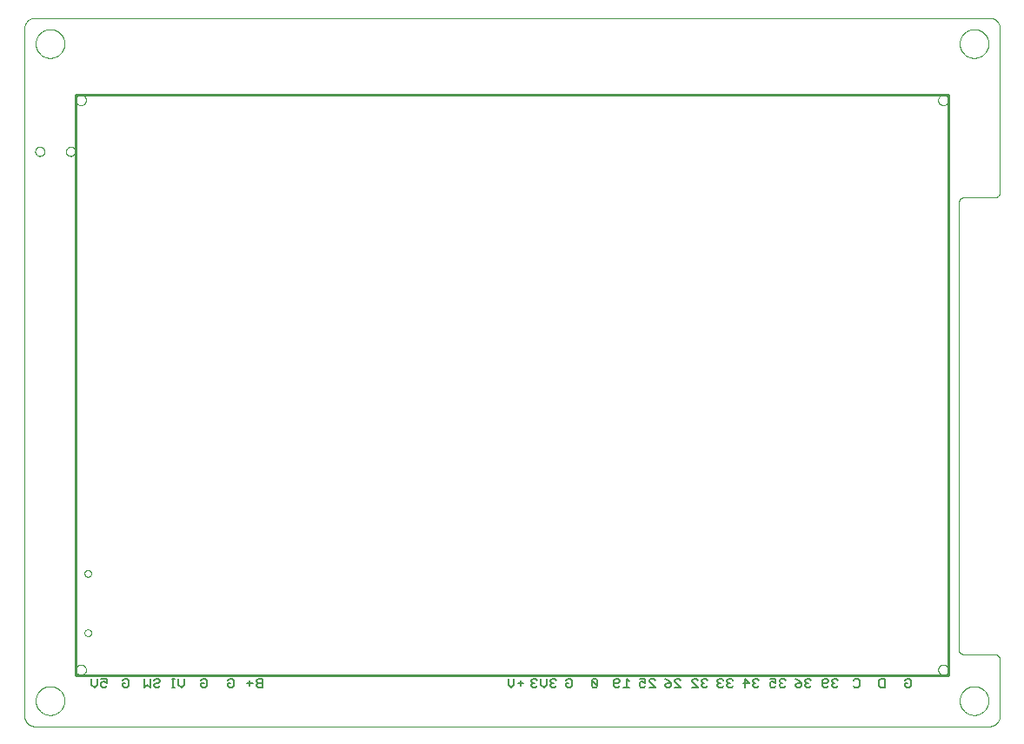
<source format=gbo>
G75*
%MOIN*%
%OFA0B0*%
%FSLAX25Y25*%
%IPPOS*%
%LPD*%
%AMOC8*
5,1,8,0,0,1.08239X$1,22.5*
%
%ADD10C,0.00000*%
%ADD11C,0.01000*%
%ADD12C,0.00600*%
D10*
X0029238Y0009063D02*
X0029238Y0272843D01*
X0029240Y0272967D01*
X0029246Y0273090D01*
X0029255Y0273214D01*
X0029269Y0273336D01*
X0029286Y0273459D01*
X0029308Y0273581D01*
X0029333Y0273702D01*
X0029362Y0273822D01*
X0029394Y0273941D01*
X0029431Y0274060D01*
X0029471Y0274177D01*
X0029514Y0274292D01*
X0029562Y0274407D01*
X0029613Y0274519D01*
X0029667Y0274630D01*
X0029725Y0274740D01*
X0029786Y0274847D01*
X0029851Y0274953D01*
X0029919Y0275056D01*
X0029990Y0275157D01*
X0030064Y0275256D01*
X0030141Y0275353D01*
X0030222Y0275447D01*
X0030305Y0275538D01*
X0030391Y0275627D01*
X0030480Y0275713D01*
X0030571Y0275796D01*
X0030665Y0275877D01*
X0030762Y0275954D01*
X0030861Y0276028D01*
X0030962Y0276099D01*
X0031065Y0276167D01*
X0031171Y0276232D01*
X0031278Y0276293D01*
X0031388Y0276351D01*
X0031499Y0276405D01*
X0031611Y0276456D01*
X0031726Y0276504D01*
X0031841Y0276547D01*
X0031958Y0276587D01*
X0032077Y0276624D01*
X0032196Y0276656D01*
X0032316Y0276685D01*
X0032437Y0276710D01*
X0032559Y0276732D01*
X0032682Y0276749D01*
X0032804Y0276763D01*
X0032928Y0276772D01*
X0033051Y0276778D01*
X0033175Y0276780D01*
X0399317Y0276780D01*
X0399441Y0276778D01*
X0399564Y0276772D01*
X0399688Y0276763D01*
X0399810Y0276749D01*
X0399933Y0276732D01*
X0400055Y0276710D01*
X0400176Y0276685D01*
X0400296Y0276656D01*
X0400415Y0276624D01*
X0400534Y0276587D01*
X0400651Y0276547D01*
X0400766Y0276504D01*
X0400881Y0276456D01*
X0400993Y0276405D01*
X0401104Y0276351D01*
X0401214Y0276293D01*
X0401321Y0276232D01*
X0401427Y0276167D01*
X0401530Y0276099D01*
X0401631Y0276028D01*
X0401730Y0275954D01*
X0401827Y0275877D01*
X0401921Y0275796D01*
X0402012Y0275713D01*
X0402101Y0275627D01*
X0402187Y0275538D01*
X0402270Y0275447D01*
X0402351Y0275353D01*
X0402428Y0275256D01*
X0402502Y0275157D01*
X0402573Y0275056D01*
X0402641Y0274953D01*
X0402706Y0274847D01*
X0402767Y0274740D01*
X0402825Y0274630D01*
X0402879Y0274519D01*
X0402930Y0274407D01*
X0402978Y0274292D01*
X0403021Y0274177D01*
X0403061Y0274060D01*
X0403098Y0273941D01*
X0403130Y0273822D01*
X0403159Y0273702D01*
X0403184Y0273581D01*
X0403206Y0273459D01*
X0403223Y0273336D01*
X0403237Y0273214D01*
X0403246Y0273090D01*
X0403252Y0272967D01*
X0403254Y0272843D01*
X0403254Y0209850D01*
X0403255Y0209850D02*
X0403253Y0209764D01*
X0403248Y0209678D01*
X0403238Y0209593D01*
X0403225Y0209508D01*
X0403208Y0209424D01*
X0403188Y0209340D01*
X0403164Y0209258D01*
X0403136Y0209177D01*
X0403105Y0209096D01*
X0403071Y0209018D01*
X0403033Y0208941D01*
X0402991Y0208866D01*
X0402947Y0208792D01*
X0402899Y0208721D01*
X0402848Y0208651D01*
X0402794Y0208584D01*
X0402738Y0208520D01*
X0402678Y0208458D01*
X0402616Y0208398D01*
X0402552Y0208342D01*
X0402485Y0208288D01*
X0402415Y0208237D01*
X0402344Y0208189D01*
X0402271Y0208145D01*
X0402195Y0208103D01*
X0402118Y0208065D01*
X0402040Y0208031D01*
X0401959Y0208000D01*
X0401878Y0207972D01*
X0401796Y0207948D01*
X0401712Y0207928D01*
X0401628Y0207911D01*
X0401543Y0207898D01*
X0401458Y0207888D01*
X0401372Y0207883D01*
X0401286Y0207881D01*
X0401286Y0207882D02*
X0389474Y0207882D01*
X0389388Y0207880D01*
X0389302Y0207875D01*
X0389217Y0207865D01*
X0389132Y0207852D01*
X0389048Y0207835D01*
X0388964Y0207815D01*
X0388882Y0207791D01*
X0388801Y0207763D01*
X0388720Y0207732D01*
X0388642Y0207698D01*
X0388565Y0207660D01*
X0388490Y0207618D01*
X0388416Y0207574D01*
X0388345Y0207526D01*
X0388275Y0207475D01*
X0388208Y0207421D01*
X0388144Y0207365D01*
X0388082Y0207305D01*
X0388022Y0207243D01*
X0387966Y0207179D01*
X0387912Y0207112D01*
X0387861Y0207042D01*
X0387813Y0206971D01*
X0387769Y0206898D01*
X0387727Y0206822D01*
X0387689Y0206745D01*
X0387655Y0206667D01*
X0387624Y0206586D01*
X0387596Y0206505D01*
X0387572Y0206423D01*
X0387552Y0206339D01*
X0387535Y0206255D01*
X0387522Y0206170D01*
X0387512Y0206085D01*
X0387507Y0205999D01*
X0387505Y0205913D01*
X0387506Y0205913D02*
X0387506Y0034654D01*
X0387505Y0034654D02*
X0387507Y0034568D01*
X0387512Y0034482D01*
X0387522Y0034397D01*
X0387535Y0034312D01*
X0387552Y0034228D01*
X0387572Y0034144D01*
X0387596Y0034062D01*
X0387624Y0033981D01*
X0387655Y0033900D01*
X0387689Y0033822D01*
X0387727Y0033745D01*
X0387769Y0033670D01*
X0387813Y0033596D01*
X0387861Y0033525D01*
X0387912Y0033455D01*
X0387966Y0033388D01*
X0388022Y0033324D01*
X0388082Y0033262D01*
X0388144Y0033202D01*
X0388208Y0033146D01*
X0388275Y0033092D01*
X0388345Y0033041D01*
X0388416Y0032993D01*
X0388490Y0032949D01*
X0388565Y0032907D01*
X0388642Y0032869D01*
X0388720Y0032835D01*
X0388801Y0032804D01*
X0388882Y0032776D01*
X0388964Y0032752D01*
X0389048Y0032732D01*
X0389132Y0032715D01*
X0389217Y0032702D01*
X0389302Y0032692D01*
X0389388Y0032687D01*
X0389474Y0032685D01*
X0401286Y0032685D01*
X0401286Y0032686D02*
X0401372Y0032684D01*
X0401458Y0032679D01*
X0401543Y0032669D01*
X0401628Y0032656D01*
X0401712Y0032639D01*
X0401796Y0032619D01*
X0401878Y0032595D01*
X0401959Y0032567D01*
X0402040Y0032536D01*
X0402118Y0032502D01*
X0402195Y0032464D01*
X0402271Y0032422D01*
X0402344Y0032378D01*
X0402415Y0032330D01*
X0402485Y0032279D01*
X0402552Y0032225D01*
X0402616Y0032169D01*
X0402678Y0032109D01*
X0402738Y0032047D01*
X0402794Y0031983D01*
X0402848Y0031916D01*
X0402899Y0031846D01*
X0402947Y0031775D01*
X0402991Y0031702D01*
X0403033Y0031626D01*
X0403071Y0031549D01*
X0403105Y0031471D01*
X0403136Y0031390D01*
X0403164Y0031309D01*
X0403188Y0031227D01*
X0403208Y0031143D01*
X0403225Y0031059D01*
X0403238Y0030974D01*
X0403248Y0030889D01*
X0403253Y0030803D01*
X0403255Y0030717D01*
X0403254Y0030717D02*
X0403254Y0009063D01*
X0403252Y0008939D01*
X0403246Y0008816D01*
X0403237Y0008692D01*
X0403223Y0008570D01*
X0403206Y0008447D01*
X0403184Y0008325D01*
X0403159Y0008204D01*
X0403130Y0008084D01*
X0403098Y0007965D01*
X0403061Y0007846D01*
X0403021Y0007729D01*
X0402978Y0007614D01*
X0402930Y0007499D01*
X0402879Y0007387D01*
X0402825Y0007276D01*
X0402767Y0007166D01*
X0402706Y0007059D01*
X0402641Y0006953D01*
X0402573Y0006850D01*
X0402502Y0006749D01*
X0402428Y0006650D01*
X0402351Y0006553D01*
X0402270Y0006459D01*
X0402187Y0006368D01*
X0402101Y0006279D01*
X0402012Y0006193D01*
X0401921Y0006110D01*
X0401827Y0006029D01*
X0401730Y0005952D01*
X0401631Y0005878D01*
X0401530Y0005807D01*
X0401427Y0005739D01*
X0401321Y0005674D01*
X0401214Y0005613D01*
X0401104Y0005555D01*
X0400993Y0005501D01*
X0400881Y0005450D01*
X0400766Y0005402D01*
X0400651Y0005359D01*
X0400534Y0005319D01*
X0400415Y0005282D01*
X0400296Y0005250D01*
X0400176Y0005221D01*
X0400055Y0005196D01*
X0399933Y0005174D01*
X0399810Y0005157D01*
X0399688Y0005143D01*
X0399564Y0005134D01*
X0399441Y0005128D01*
X0399317Y0005126D01*
X0033175Y0005126D01*
X0033051Y0005128D01*
X0032928Y0005134D01*
X0032804Y0005143D01*
X0032682Y0005157D01*
X0032559Y0005174D01*
X0032437Y0005196D01*
X0032316Y0005221D01*
X0032196Y0005250D01*
X0032077Y0005282D01*
X0031958Y0005319D01*
X0031841Y0005359D01*
X0031726Y0005402D01*
X0031611Y0005450D01*
X0031499Y0005501D01*
X0031388Y0005555D01*
X0031278Y0005613D01*
X0031171Y0005674D01*
X0031065Y0005739D01*
X0030962Y0005807D01*
X0030861Y0005878D01*
X0030762Y0005952D01*
X0030665Y0006029D01*
X0030571Y0006110D01*
X0030480Y0006193D01*
X0030391Y0006279D01*
X0030305Y0006368D01*
X0030222Y0006459D01*
X0030141Y0006553D01*
X0030064Y0006650D01*
X0029990Y0006749D01*
X0029919Y0006850D01*
X0029851Y0006953D01*
X0029786Y0007059D01*
X0029725Y0007166D01*
X0029667Y0007276D01*
X0029613Y0007387D01*
X0029562Y0007499D01*
X0029514Y0007614D01*
X0029471Y0007729D01*
X0029431Y0007846D01*
X0029394Y0007965D01*
X0029362Y0008084D01*
X0029333Y0008204D01*
X0029308Y0008325D01*
X0029286Y0008447D01*
X0029269Y0008570D01*
X0029255Y0008692D01*
X0029246Y0008816D01*
X0029240Y0008939D01*
X0029238Y0009063D01*
X0033569Y0014969D02*
X0033571Y0015117D01*
X0033577Y0015265D01*
X0033587Y0015413D01*
X0033601Y0015560D01*
X0033619Y0015707D01*
X0033640Y0015853D01*
X0033666Y0015999D01*
X0033696Y0016144D01*
X0033729Y0016288D01*
X0033767Y0016431D01*
X0033808Y0016573D01*
X0033853Y0016714D01*
X0033901Y0016854D01*
X0033954Y0016993D01*
X0034010Y0017130D01*
X0034070Y0017265D01*
X0034133Y0017399D01*
X0034200Y0017531D01*
X0034271Y0017661D01*
X0034345Y0017789D01*
X0034422Y0017915D01*
X0034503Y0018039D01*
X0034587Y0018161D01*
X0034674Y0018280D01*
X0034765Y0018397D01*
X0034859Y0018512D01*
X0034955Y0018624D01*
X0035055Y0018734D01*
X0035157Y0018840D01*
X0035263Y0018944D01*
X0035371Y0019045D01*
X0035482Y0019143D01*
X0035595Y0019239D01*
X0035711Y0019331D01*
X0035829Y0019420D01*
X0035950Y0019505D01*
X0036073Y0019588D01*
X0036198Y0019667D01*
X0036325Y0019743D01*
X0036454Y0019815D01*
X0036585Y0019884D01*
X0036718Y0019949D01*
X0036853Y0020010D01*
X0036989Y0020068D01*
X0037126Y0020123D01*
X0037265Y0020173D01*
X0037406Y0020220D01*
X0037547Y0020263D01*
X0037690Y0020303D01*
X0037834Y0020338D01*
X0037978Y0020370D01*
X0038124Y0020397D01*
X0038270Y0020421D01*
X0038417Y0020441D01*
X0038564Y0020457D01*
X0038711Y0020469D01*
X0038859Y0020477D01*
X0039007Y0020481D01*
X0039155Y0020481D01*
X0039303Y0020477D01*
X0039451Y0020469D01*
X0039598Y0020457D01*
X0039745Y0020441D01*
X0039892Y0020421D01*
X0040038Y0020397D01*
X0040184Y0020370D01*
X0040328Y0020338D01*
X0040472Y0020303D01*
X0040615Y0020263D01*
X0040756Y0020220D01*
X0040897Y0020173D01*
X0041036Y0020123D01*
X0041173Y0020068D01*
X0041309Y0020010D01*
X0041444Y0019949D01*
X0041577Y0019884D01*
X0041708Y0019815D01*
X0041837Y0019743D01*
X0041964Y0019667D01*
X0042089Y0019588D01*
X0042212Y0019505D01*
X0042333Y0019420D01*
X0042451Y0019331D01*
X0042567Y0019239D01*
X0042680Y0019143D01*
X0042791Y0019045D01*
X0042899Y0018944D01*
X0043005Y0018840D01*
X0043107Y0018734D01*
X0043207Y0018624D01*
X0043303Y0018512D01*
X0043397Y0018397D01*
X0043488Y0018280D01*
X0043575Y0018161D01*
X0043659Y0018039D01*
X0043740Y0017915D01*
X0043817Y0017789D01*
X0043891Y0017661D01*
X0043962Y0017531D01*
X0044029Y0017399D01*
X0044092Y0017265D01*
X0044152Y0017130D01*
X0044208Y0016993D01*
X0044261Y0016854D01*
X0044309Y0016714D01*
X0044354Y0016573D01*
X0044395Y0016431D01*
X0044433Y0016288D01*
X0044466Y0016144D01*
X0044496Y0015999D01*
X0044522Y0015853D01*
X0044543Y0015707D01*
X0044561Y0015560D01*
X0044575Y0015413D01*
X0044585Y0015265D01*
X0044591Y0015117D01*
X0044593Y0014969D01*
X0044591Y0014821D01*
X0044585Y0014673D01*
X0044575Y0014525D01*
X0044561Y0014378D01*
X0044543Y0014231D01*
X0044522Y0014085D01*
X0044496Y0013939D01*
X0044466Y0013794D01*
X0044433Y0013650D01*
X0044395Y0013507D01*
X0044354Y0013365D01*
X0044309Y0013224D01*
X0044261Y0013084D01*
X0044208Y0012945D01*
X0044152Y0012808D01*
X0044092Y0012673D01*
X0044029Y0012539D01*
X0043962Y0012407D01*
X0043891Y0012277D01*
X0043817Y0012149D01*
X0043740Y0012023D01*
X0043659Y0011899D01*
X0043575Y0011777D01*
X0043488Y0011658D01*
X0043397Y0011541D01*
X0043303Y0011426D01*
X0043207Y0011314D01*
X0043107Y0011204D01*
X0043005Y0011098D01*
X0042899Y0010994D01*
X0042791Y0010893D01*
X0042680Y0010795D01*
X0042567Y0010699D01*
X0042451Y0010607D01*
X0042333Y0010518D01*
X0042212Y0010433D01*
X0042089Y0010350D01*
X0041964Y0010271D01*
X0041837Y0010195D01*
X0041708Y0010123D01*
X0041577Y0010054D01*
X0041444Y0009989D01*
X0041309Y0009928D01*
X0041173Y0009870D01*
X0041036Y0009815D01*
X0040897Y0009765D01*
X0040756Y0009718D01*
X0040615Y0009675D01*
X0040472Y0009635D01*
X0040328Y0009600D01*
X0040184Y0009568D01*
X0040038Y0009541D01*
X0039892Y0009517D01*
X0039745Y0009497D01*
X0039598Y0009481D01*
X0039451Y0009469D01*
X0039303Y0009461D01*
X0039155Y0009457D01*
X0039007Y0009457D01*
X0038859Y0009461D01*
X0038711Y0009469D01*
X0038564Y0009481D01*
X0038417Y0009497D01*
X0038270Y0009517D01*
X0038124Y0009541D01*
X0037978Y0009568D01*
X0037834Y0009600D01*
X0037690Y0009635D01*
X0037547Y0009675D01*
X0037406Y0009718D01*
X0037265Y0009765D01*
X0037126Y0009815D01*
X0036989Y0009870D01*
X0036853Y0009928D01*
X0036718Y0009989D01*
X0036585Y0010054D01*
X0036454Y0010123D01*
X0036325Y0010195D01*
X0036198Y0010271D01*
X0036073Y0010350D01*
X0035950Y0010433D01*
X0035829Y0010518D01*
X0035711Y0010607D01*
X0035595Y0010699D01*
X0035482Y0010795D01*
X0035371Y0010893D01*
X0035263Y0010994D01*
X0035157Y0011098D01*
X0035055Y0011204D01*
X0034955Y0011314D01*
X0034859Y0011426D01*
X0034765Y0011541D01*
X0034674Y0011658D01*
X0034587Y0011777D01*
X0034503Y0011899D01*
X0034422Y0012023D01*
X0034345Y0012149D01*
X0034271Y0012277D01*
X0034200Y0012407D01*
X0034133Y0012539D01*
X0034070Y0012673D01*
X0034010Y0012808D01*
X0033954Y0012945D01*
X0033901Y0013084D01*
X0033853Y0013224D01*
X0033808Y0013365D01*
X0033767Y0013507D01*
X0033729Y0013650D01*
X0033696Y0013794D01*
X0033666Y0013939D01*
X0033640Y0014085D01*
X0033619Y0014231D01*
X0033601Y0014378D01*
X0033587Y0014525D01*
X0033577Y0014673D01*
X0033571Y0014821D01*
X0033569Y0014969D01*
X0048923Y0026780D02*
X0048925Y0026868D01*
X0048931Y0026956D01*
X0048941Y0027044D01*
X0048955Y0027132D01*
X0048972Y0027218D01*
X0048994Y0027304D01*
X0049019Y0027388D01*
X0049049Y0027472D01*
X0049081Y0027554D01*
X0049118Y0027634D01*
X0049158Y0027713D01*
X0049202Y0027790D01*
X0049249Y0027865D01*
X0049299Y0027937D01*
X0049353Y0028008D01*
X0049409Y0028075D01*
X0049469Y0028141D01*
X0049531Y0028203D01*
X0049597Y0028263D01*
X0049664Y0028319D01*
X0049735Y0028373D01*
X0049807Y0028423D01*
X0049882Y0028470D01*
X0049959Y0028514D01*
X0050038Y0028554D01*
X0050118Y0028591D01*
X0050200Y0028623D01*
X0050284Y0028653D01*
X0050368Y0028678D01*
X0050454Y0028700D01*
X0050540Y0028717D01*
X0050628Y0028731D01*
X0050716Y0028741D01*
X0050804Y0028747D01*
X0050892Y0028749D01*
X0050980Y0028747D01*
X0051068Y0028741D01*
X0051156Y0028731D01*
X0051244Y0028717D01*
X0051330Y0028700D01*
X0051416Y0028678D01*
X0051500Y0028653D01*
X0051584Y0028623D01*
X0051666Y0028591D01*
X0051746Y0028554D01*
X0051825Y0028514D01*
X0051902Y0028470D01*
X0051977Y0028423D01*
X0052049Y0028373D01*
X0052120Y0028319D01*
X0052187Y0028263D01*
X0052253Y0028203D01*
X0052315Y0028141D01*
X0052375Y0028075D01*
X0052431Y0028008D01*
X0052485Y0027937D01*
X0052535Y0027865D01*
X0052582Y0027790D01*
X0052626Y0027713D01*
X0052666Y0027634D01*
X0052703Y0027554D01*
X0052735Y0027472D01*
X0052765Y0027388D01*
X0052790Y0027304D01*
X0052812Y0027218D01*
X0052829Y0027132D01*
X0052843Y0027044D01*
X0052853Y0026956D01*
X0052859Y0026868D01*
X0052861Y0026780D01*
X0052859Y0026692D01*
X0052853Y0026604D01*
X0052843Y0026516D01*
X0052829Y0026428D01*
X0052812Y0026342D01*
X0052790Y0026256D01*
X0052765Y0026172D01*
X0052735Y0026088D01*
X0052703Y0026006D01*
X0052666Y0025926D01*
X0052626Y0025847D01*
X0052582Y0025770D01*
X0052535Y0025695D01*
X0052485Y0025623D01*
X0052431Y0025552D01*
X0052375Y0025485D01*
X0052315Y0025419D01*
X0052253Y0025357D01*
X0052187Y0025297D01*
X0052120Y0025241D01*
X0052049Y0025187D01*
X0051977Y0025137D01*
X0051902Y0025090D01*
X0051825Y0025046D01*
X0051746Y0025006D01*
X0051666Y0024969D01*
X0051584Y0024937D01*
X0051500Y0024907D01*
X0051416Y0024882D01*
X0051330Y0024860D01*
X0051244Y0024843D01*
X0051156Y0024829D01*
X0051068Y0024819D01*
X0050980Y0024813D01*
X0050892Y0024811D01*
X0050804Y0024813D01*
X0050716Y0024819D01*
X0050628Y0024829D01*
X0050540Y0024843D01*
X0050454Y0024860D01*
X0050368Y0024882D01*
X0050284Y0024907D01*
X0050200Y0024937D01*
X0050118Y0024969D01*
X0050038Y0025006D01*
X0049959Y0025046D01*
X0049882Y0025090D01*
X0049807Y0025137D01*
X0049735Y0025187D01*
X0049664Y0025241D01*
X0049597Y0025297D01*
X0049531Y0025357D01*
X0049469Y0025419D01*
X0049409Y0025485D01*
X0049353Y0025552D01*
X0049299Y0025623D01*
X0049249Y0025695D01*
X0049202Y0025770D01*
X0049158Y0025847D01*
X0049118Y0025926D01*
X0049081Y0026006D01*
X0049049Y0026088D01*
X0049019Y0026172D01*
X0048994Y0026256D01*
X0048972Y0026342D01*
X0048955Y0026428D01*
X0048941Y0026516D01*
X0048931Y0026604D01*
X0048925Y0026692D01*
X0048923Y0026780D01*
X0052289Y0040992D02*
X0052291Y0041063D01*
X0052297Y0041134D01*
X0052307Y0041205D01*
X0052321Y0041274D01*
X0052338Y0041343D01*
X0052360Y0041411D01*
X0052385Y0041478D01*
X0052414Y0041543D01*
X0052446Y0041606D01*
X0052482Y0041668D01*
X0052521Y0041727D01*
X0052564Y0041784D01*
X0052609Y0041839D01*
X0052658Y0041891D01*
X0052709Y0041940D01*
X0052763Y0041986D01*
X0052820Y0042030D01*
X0052878Y0042070D01*
X0052939Y0042106D01*
X0053002Y0042140D01*
X0053067Y0042169D01*
X0053133Y0042195D01*
X0053201Y0042218D01*
X0053269Y0042236D01*
X0053339Y0042251D01*
X0053409Y0042262D01*
X0053480Y0042269D01*
X0053551Y0042272D01*
X0053622Y0042271D01*
X0053693Y0042266D01*
X0053764Y0042257D01*
X0053834Y0042244D01*
X0053903Y0042228D01*
X0053971Y0042207D01*
X0054038Y0042183D01*
X0054104Y0042155D01*
X0054167Y0042123D01*
X0054229Y0042088D01*
X0054289Y0042050D01*
X0054347Y0042008D01*
X0054402Y0041964D01*
X0054455Y0041916D01*
X0054505Y0041865D01*
X0054552Y0041812D01*
X0054596Y0041756D01*
X0054637Y0041698D01*
X0054675Y0041637D01*
X0054709Y0041575D01*
X0054739Y0041510D01*
X0054766Y0041445D01*
X0054790Y0041377D01*
X0054809Y0041309D01*
X0054825Y0041240D01*
X0054837Y0041169D01*
X0054845Y0041099D01*
X0054849Y0041028D01*
X0054849Y0040956D01*
X0054845Y0040885D01*
X0054837Y0040815D01*
X0054825Y0040744D01*
X0054809Y0040675D01*
X0054790Y0040607D01*
X0054766Y0040539D01*
X0054739Y0040474D01*
X0054709Y0040409D01*
X0054675Y0040347D01*
X0054637Y0040286D01*
X0054596Y0040228D01*
X0054552Y0040172D01*
X0054505Y0040119D01*
X0054455Y0040068D01*
X0054402Y0040020D01*
X0054347Y0039976D01*
X0054289Y0039934D01*
X0054229Y0039896D01*
X0054167Y0039861D01*
X0054104Y0039829D01*
X0054038Y0039801D01*
X0053971Y0039777D01*
X0053903Y0039756D01*
X0053834Y0039740D01*
X0053764Y0039727D01*
X0053693Y0039718D01*
X0053622Y0039713D01*
X0053551Y0039712D01*
X0053480Y0039715D01*
X0053409Y0039722D01*
X0053339Y0039733D01*
X0053269Y0039748D01*
X0053201Y0039766D01*
X0053133Y0039789D01*
X0053067Y0039815D01*
X0053002Y0039844D01*
X0052939Y0039878D01*
X0052878Y0039914D01*
X0052820Y0039954D01*
X0052763Y0039998D01*
X0052709Y0040044D01*
X0052658Y0040093D01*
X0052609Y0040145D01*
X0052564Y0040200D01*
X0052521Y0040257D01*
X0052482Y0040316D01*
X0052446Y0040378D01*
X0052414Y0040441D01*
X0052385Y0040506D01*
X0052360Y0040573D01*
X0052338Y0040641D01*
X0052321Y0040710D01*
X0052307Y0040779D01*
X0052297Y0040850D01*
X0052291Y0040921D01*
X0052289Y0040992D01*
X0052289Y0063748D02*
X0052291Y0063819D01*
X0052297Y0063890D01*
X0052307Y0063961D01*
X0052321Y0064030D01*
X0052338Y0064099D01*
X0052360Y0064167D01*
X0052385Y0064234D01*
X0052414Y0064299D01*
X0052446Y0064362D01*
X0052482Y0064424D01*
X0052521Y0064483D01*
X0052564Y0064540D01*
X0052609Y0064595D01*
X0052658Y0064647D01*
X0052709Y0064696D01*
X0052763Y0064742D01*
X0052820Y0064786D01*
X0052878Y0064826D01*
X0052939Y0064862D01*
X0053002Y0064896D01*
X0053067Y0064925D01*
X0053133Y0064951D01*
X0053201Y0064974D01*
X0053269Y0064992D01*
X0053339Y0065007D01*
X0053409Y0065018D01*
X0053480Y0065025D01*
X0053551Y0065028D01*
X0053622Y0065027D01*
X0053693Y0065022D01*
X0053764Y0065013D01*
X0053834Y0065000D01*
X0053903Y0064984D01*
X0053971Y0064963D01*
X0054038Y0064939D01*
X0054104Y0064911D01*
X0054167Y0064879D01*
X0054229Y0064844D01*
X0054289Y0064806D01*
X0054347Y0064764D01*
X0054402Y0064720D01*
X0054455Y0064672D01*
X0054505Y0064621D01*
X0054552Y0064568D01*
X0054596Y0064512D01*
X0054637Y0064454D01*
X0054675Y0064393D01*
X0054709Y0064331D01*
X0054739Y0064266D01*
X0054766Y0064201D01*
X0054790Y0064133D01*
X0054809Y0064065D01*
X0054825Y0063996D01*
X0054837Y0063925D01*
X0054845Y0063855D01*
X0054849Y0063784D01*
X0054849Y0063712D01*
X0054845Y0063641D01*
X0054837Y0063571D01*
X0054825Y0063500D01*
X0054809Y0063431D01*
X0054790Y0063363D01*
X0054766Y0063295D01*
X0054739Y0063230D01*
X0054709Y0063165D01*
X0054675Y0063103D01*
X0054637Y0063042D01*
X0054596Y0062984D01*
X0054552Y0062928D01*
X0054505Y0062875D01*
X0054455Y0062824D01*
X0054402Y0062776D01*
X0054347Y0062732D01*
X0054289Y0062690D01*
X0054229Y0062652D01*
X0054167Y0062617D01*
X0054104Y0062585D01*
X0054038Y0062557D01*
X0053971Y0062533D01*
X0053903Y0062512D01*
X0053834Y0062496D01*
X0053764Y0062483D01*
X0053693Y0062474D01*
X0053622Y0062469D01*
X0053551Y0062468D01*
X0053480Y0062471D01*
X0053409Y0062478D01*
X0053339Y0062489D01*
X0053269Y0062504D01*
X0053201Y0062522D01*
X0053133Y0062545D01*
X0053067Y0062571D01*
X0053002Y0062600D01*
X0052939Y0062634D01*
X0052878Y0062670D01*
X0052820Y0062710D01*
X0052763Y0062754D01*
X0052709Y0062800D01*
X0052658Y0062849D01*
X0052609Y0062901D01*
X0052564Y0062956D01*
X0052521Y0063013D01*
X0052482Y0063072D01*
X0052446Y0063134D01*
X0052414Y0063197D01*
X0052385Y0063262D01*
X0052360Y0063329D01*
X0052338Y0063397D01*
X0052321Y0063466D01*
X0052307Y0063535D01*
X0052297Y0063606D01*
X0052291Y0063677D01*
X0052289Y0063748D01*
X0045183Y0225598D02*
X0045185Y0225682D01*
X0045191Y0225765D01*
X0045201Y0225848D01*
X0045215Y0225931D01*
X0045232Y0226013D01*
X0045254Y0226094D01*
X0045279Y0226173D01*
X0045308Y0226252D01*
X0045341Y0226329D01*
X0045377Y0226404D01*
X0045417Y0226478D01*
X0045460Y0226550D01*
X0045507Y0226619D01*
X0045557Y0226686D01*
X0045610Y0226751D01*
X0045666Y0226813D01*
X0045724Y0226873D01*
X0045786Y0226930D01*
X0045850Y0226983D01*
X0045917Y0227034D01*
X0045986Y0227081D01*
X0046057Y0227126D01*
X0046130Y0227166D01*
X0046205Y0227203D01*
X0046282Y0227237D01*
X0046360Y0227267D01*
X0046439Y0227293D01*
X0046520Y0227316D01*
X0046602Y0227334D01*
X0046684Y0227349D01*
X0046767Y0227360D01*
X0046850Y0227367D01*
X0046934Y0227370D01*
X0047018Y0227369D01*
X0047101Y0227364D01*
X0047185Y0227355D01*
X0047267Y0227342D01*
X0047349Y0227326D01*
X0047430Y0227305D01*
X0047511Y0227281D01*
X0047589Y0227253D01*
X0047667Y0227221D01*
X0047743Y0227185D01*
X0047817Y0227146D01*
X0047889Y0227104D01*
X0047959Y0227058D01*
X0048027Y0227009D01*
X0048092Y0226957D01*
X0048155Y0226902D01*
X0048215Y0226844D01*
X0048273Y0226783D01*
X0048327Y0226719D01*
X0048379Y0226653D01*
X0048427Y0226585D01*
X0048472Y0226514D01*
X0048513Y0226441D01*
X0048552Y0226367D01*
X0048586Y0226291D01*
X0048617Y0226213D01*
X0048644Y0226134D01*
X0048668Y0226053D01*
X0048687Y0225972D01*
X0048703Y0225890D01*
X0048715Y0225807D01*
X0048723Y0225723D01*
X0048727Y0225640D01*
X0048727Y0225556D01*
X0048723Y0225473D01*
X0048715Y0225389D01*
X0048703Y0225306D01*
X0048687Y0225224D01*
X0048668Y0225143D01*
X0048644Y0225062D01*
X0048617Y0224983D01*
X0048586Y0224905D01*
X0048552Y0224829D01*
X0048513Y0224755D01*
X0048472Y0224682D01*
X0048427Y0224611D01*
X0048379Y0224543D01*
X0048327Y0224477D01*
X0048273Y0224413D01*
X0048215Y0224352D01*
X0048155Y0224294D01*
X0048092Y0224239D01*
X0048027Y0224187D01*
X0047959Y0224138D01*
X0047889Y0224092D01*
X0047817Y0224050D01*
X0047743Y0224011D01*
X0047667Y0223975D01*
X0047589Y0223943D01*
X0047511Y0223915D01*
X0047430Y0223891D01*
X0047349Y0223870D01*
X0047267Y0223854D01*
X0047185Y0223841D01*
X0047101Y0223832D01*
X0047018Y0223827D01*
X0046934Y0223826D01*
X0046850Y0223829D01*
X0046767Y0223836D01*
X0046684Y0223847D01*
X0046602Y0223862D01*
X0046520Y0223880D01*
X0046439Y0223903D01*
X0046360Y0223929D01*
X0046282Y0223959D01*
X0046205Y0223993D01*
X0046130Y0224030D01*
X0046057Y0224070D01*
X0045986Y0224115D01*
X0045917Y0224162D01*
X0045850Y0224213D01*
X0045786Y0224266D01*
X0045724Y0224323D01*
X0045666Y0224383D01*
X0045610Y0224445D01*
X0045557Y0224510D01*
X0045507Y0224577D01*
X0045460Y0224646D01*
X0045417Y0224718D01*
X0045377Y0224792D01*
X0045341Y0224867D01*
X0045308Y0224944D01*
X0045279Y0225023D01*
X0045254Y0225102D01*
X0045232Y0225183D01*
X0045215Y0225265D01*
X0045201Y0225348D01*
X0045191Y0225431D01*
X0045185Y0225514D01*
X0045183Y0225598D01*
X0033372Y0225598D02*
X0033374Y0225682D01*
X0033380Y0225765D01*
X0033390Y0225848D01*
X0033404Y0225931D01*
X0033421Y0226013D01*
X0033443Y0226094D01*
X0033468Y0226173D01*
X0033497Y0226252D01*
X0033530Y0226329D01*
X0033566Y0226404D01*
X0033606Y0226478D01*
X0033649Y0226550D01*
X0033696Y0226619D01*
X0033746Y0226686D01*
X0033799Y0226751D01*
X0033855Y0226813D01*
X0033913Y0226873D01*
X0033975Y0226930D01*
X0034039Y0226983D01*
X0034106Y0227034D01*
X0034175Y0227081D01*
X0034246Y0227126D01*
X0034319Y0227166D01*
X0034394Y0227203D01*
X0034471Y0227237D01*
X0034549Y0227267D01*
X0034628Y0227293D01*
X0034709Y0227316D01*
X0034791Y0227334D01*
X0034873Y0227349D01*
X0034956Y0227360D01*
X0035039Y0227367D01*
X0035123Y0227370D01*
X0035207Y0227369D01*
X0035290Y0227364D01*
X0035374Y0227355D01*
X0035456Y0227342D01*
X0035538Y0227326D01*
X0035619Y0227305D01*
X0035700Y0227281D01*
X0035778Y0227253D01*
X0035856Y0227221D01*
X0035932Y0227185D01*
X0036006Y0227146D01*
X0036078Y0227104D01*
X0036148Y0227058D01*
X0036216Y0227009D01*
X0036281Y0226957D01*
X0036344Y0226902D01*
X0036404Y0226844D01*
X0036462Y0226783D01*
X0036516Y0226719D01*
X0036568Y0226653D01*
X0036616Y0226585D01*
X0036661Y0226514D01*
X0036702Y0226441D01*
X0036741Y0226367D01*
X0036775Y0226291D01*
X0036806Y0226213D01*
X0036833Y0226134D01*
X0036857Y0226053D01*
X0036876Y0225972D01*
X0036892Y0225890D01*
X0036904Y0225807D01*
X0036912Y0225723D01*
X0036916Y0225640D01*
X0036916Y0225556D01*
X0036912Y0225473D01*
X0036904Y0225389D01*
X0036892Y0225306D01*
X0036876Y0225224D01*
X0036857Y0225143D01*
X0036833Y0225062D01*
X0036806Y0224983D01*
X0036775Y0224905D01*
X0036741Y0224829D01*
X0036702Y0224755D01*
X0036661Y0224682D01*
X0036616Y0224611D01*
X0036568Y0224543D01*
X0036516Y0224477D01*
X0036462Y0224413D01*
X0036404Y0224352D01*
X0036344Y0224294D01*
X0036281Y0224239D01*
X0036216Y0224187D01*
X0036148Y0224138D01*
X0036078Y0224092D01*
X0036006Y0224050D01*
X0035932Y0224011D01*
X0035856Y0223975D01*
X0035778Y0223943D01*
X0035700Y0223915D01*
X0035619Y0223891D01*
X0035538Y0223870D01*
X0035456Y0223854D01*
X0035374Y0223841D01*
X0035290Y0223832D01*
X0035207Y0223827D01*
X0035123Y0223826D01*
X0035039Y0223829D01*
X0034956Y0223836D01*
X0034873Y0223847D01*
X0034791Y0223862D01*
X0034709Y0223880D01*
X0034628Y0223903D01*
X0034549Y0223929D01*
X0034471Y0223959D01*
X0034394Y0223993D01*
X0034319Y0224030D01*
X0034246Y0224070D01*
X0034175Y0224115D01*
X0034106Y0224162D01*
X0034039Y0224213D01*
X0033975Y0224266D01*
X0033913Y0224323D01*
X0033855Y0224383D01*
X0033799Y0224445D01*
X0033746Y0224510D01*
X0033696Y0224577D01*
X0033649Y0224646D01*
X0033606Y0224718D01*
X0033566Y0224792D01*
X0033530Y0224867D01*
X0033497Y0224944D01*
X0033468Y0225023D01*
X0033443Y0225102D01*
X0033421Y0225183D01*
X0033404Y0225265D01*
X0033390Y0225348D01*
X0033380Y0225431D01*
X0033374Y0225514D01*
X0033372Y0225598D01*
X0048923Y0245283D02*
X0048925Y0245371D01*
X0048931Y0245459D01*
X0048941Y0245547D01*
X0048955Y0245635D01*
X0048972Y0245721D01*
X0048994Y0245807D01*
X0049019Y0245891D01*
X0049049Y0245975D01*
X0049081Y0246057D01*
X0049118Y0246137D01*
X0049158Y0246216D01*
X0049202Y0246293D01*
X0049249Y0246368D01*
X0049299Y0246440D01*
X0049353Y0246511D01*
X0049409Y0246578D01*
X0049469Y0246644D01*
X0049531Y0246706D01*
X0049597Y0246766D01*
X0049664Y0246822D01*
X0049735Y0246876D01*
X0049807Y0246926D01*
X0049882Y0246973D01*
X0049959Y0247017D01*
X0050038Y0247057D01*
X0050118Y0247094D01*
X0050200Y0247126D01*
X0050284Y0247156D01*
X0050368Y0247181D01*
X0050454Y0247203D01*
X0050540Y0247220D01*
X0050628Y0247234D01*
X0050716Y0247244D01*
X0050804Y0247250D01*
X0050892Y0247252D01*
X0050980Y0247250D01*
X0051068Y0247244D01*
X0051156Y0247234D01*
X0051244Y0247220D01*
X0051330Y0247203D01*
X0051416Y0247181D01*
X0051500Y0247156D01*
X0051584Y0247126D01*
X0051666Y0247094D01*
X0051746Y0247057D01*
X0051825Y0247017D01*
X0051902Y0246973D01*
X0051977Y0246926D01*
X0052049Y0246876D01*
X0052120Y0246822D01*
X0052187Y0246766D01*
X0052253Y0246706D01*
X0052315Y0246644D01*
X0052375Y0246578D01*
X0052431Y0246511D01*
X0052485Y0246440D01*
X0052535Y0246368D01*
X0052582Y0246293D01*
X0052626Y0246216D01*
X0052666Y0246137D01*
X0052703Y0246057D01*
X0052735Y0245975D01*
X0052765Y0245891D01*
X0052790Y0245807D01*
X0052812Y0245721D01*
X0052829Y0245635D01*
X0052843Y0245547D01*
X0052853Y0245459D01*
X0052859Y0245371D01*
X0052861Y0245283D01*
X0052859Y0245195D01*
X0052853Y0245107D01*
X0052843Y0245019D01*
X0052829Y0244931D01*
X0052812Y0244845D01*
X0052790Y0244759D01*
X0052765Y0244675D01*
X0052735Y0244591D01*
X0052703Y0244509D01*
X0052666Y0244429D01*
X0052626Y0244350D01*
X0052582Y0244273D01*
X0052535Y0244198D01*
X0052485Y0244126D01*
X0052431Y0244055D01*
X0052375Y0243988D01*
X0052315Y0243922D01*
X0052253Y0243860D01*
X0052187Y0243800D01*
X0052120Y0243744D01*
X0052049Y0243690D01*
X0051977Y0243640D01*
X0051902Y0243593D01*
X0051825Y0243549D01*
X0051746Y0243509D01*
X0051666Y0243472D01*
X0051584Y0243440D01*
X0051500Y0243410D01*
X0051416Y0243385D01*
X0051330Y0243363D01*
X0051244Y0243346D01*
X0051156Y0243332D01*
X0051068Y0243322D01*
X0050980Y0243316D01*
X0050892Y0243314D01*
X0050804Y0243316D01*
X0050716Y0243322D01*
X0050628Y0243332D01*
X0050540Y0243346D01*
X0050454Y0243363D01*
X0050368Y0243385D01*
X0050284Y0243410D01*
X0050200Y0243440D01*
X0050118Y0243472D01*
X0050038Y0243509D01*
X0049959Y0243549D01*
X0049882Y0243593D01*
X0049807Y0243640D01*
X0049735Y0243690D01*
X0049664Y0243744D01*
X0049597Y0243800D01*
X0049531Y0243860D01*
X0049469Y0243922D01*
X0049409Y0243988D01*
X0049353Y0244055D01*
X0049299Y0244126D01*
X0049249Y0244198D01*
X0049202Y0244273D01*
X0049158Y0244350D01*
X0049118Y0244429D01*
X0049081Y0244509D01*
X0049049Y0244591D01*
X0049019Y0244675D01*
X0048994Y0244759D01*
X0048972Y0244845D01*
X0048955Y0244931D01*
X0048941Y0245019D01*
X0048931Y0245107D01*
X0048925Y0245195D01*
X0048923Y0245283D01*
X0033569Y0266937D02*
X0033571Y0267085D01*
X0033577Y0267233D01*
X0033587Y0267381D01*
X0033601Y0267528D01*
X0033619Y0267675D01*
X0033640Y0267821D01*
X0033666Y0267967D01*
X0033696Y0268112D01*
X0033729Y0268256D01*
X0033767Y0268399D01*
X0033808Y0268541D01*
X0033853Y0268682D01*
X0033901Y0268822D01*
X0033954Y0268961D01*
X0034010Y0269098D01*
X0034070Y0269233D01*
X0034133Y0269367D01*
X0034200Y0269499D01*
X0034271Y0269629D01*
X0034345Y0269757D01*
X0034422Y0269883D01*
X0034503Y0270007D01*
X0034587Y0270129D01*
X0034674Y0270248D01*
X0034765Y0270365D01*
X0034859Y0270480D01*
X0034955Y0270592D01*
X0035055Y0270702D01*
X0035157Y0270808D01*
X0035263Y0270912D01*
X0035371Y0271013D01*
X0035482Y0271111D01*
X0035595Y0271207D01*
X0035711Y0271299D01*
X0035829Y0271388D01*
X0035950Y0271473D01*
X0036073Y0271556D01*
X0036198Y0271635D01*
X0036325Y0271711D01*
X0036454Y0271783D01*
X0036585Y0271852D01*
X0036718Y0271917D01*
X0036853Y0271978D01*
X0036989Y0272036D01*
X0037126Y0272091D01*
X0037265Y0272141D01*
X0037406Y0272188D01*
X0037547Y0272231D01*
X0037690Y0272271D01*
X0037834Y0272306D01*
X0037978Y0272338D01*
X0038124Y0272365D01*
X0038270Y0272389D01*
X0038417Y0272409D01*
X0038564Y0272425D01*
X0038711Y0272437D01*
X0038859Y0272445D01*
X0039007Y0272449D01*
X0039155Y0272449D01*
X0039303Y0272445D01*
X0039451Y0272437D01*
X0039598Y0272425D01*
X0039745Y0272409D01*
X0039892Y0272389D01*
X0040038Y0272365D01*
X0040184Y0272338D01*
X0040328Y0272306D01*
X0040472Y0272271D01*
X0040615Y0272231D01*
X0040756Y0272188D01*
X0040897Y0272141D01*
X0041036Y0272091D01*
X0041173Y0272036D01*
X0041309Y0271978D01*
X0041444Y0271917D01*
X0041577Y0271852D01*
X0041708Y0271783D01*
X0041837Y0271711D01*
X0041964Y0271635D01*
X0042089Y0271556D01*
X0042212Y0271473D01*
X0042333Y0271388D01*
X0042451Y0271299D01*
X0042567Y0271207D01*
X0042680Y0271111D01*
X0042791Y0271013D01*
X0042899Y0270912D01*
X0043005Y0270808D01*
X0043107Y0270702D01*
X0043207Y0270592D01*
X0043303Y0270480D01*
X0043397Y0270365D01*
X0043488Y0270248D01*
X0043575Y0270129D01*
X0043659Y0270007D01*
X0043740Y0269883D01*
X0043817Y0269757D01*
X0043891Y0269629D01*
X0043962Y0269499D01*
X0044029Y0269367D01*
X0044092Y0269233D01*
X0044152Y0269098D01*
X0044208Y0268961D01*
X0044261Y0268822D01*
X0044309Y0268682D01*
X0044354Y0268541D01*
X0044395Y0268399D01*
X0044433Y0268256D01*
X0044466Y0268112D01*
X0044496Y0267967D01*
X0044522Y0267821D01*
X0044543Y0267675D01*
X0044561Y0267528D01*
X0044575Y0267381D01*
X0044585Y0267233D01*
X0044591Y0267085D01*
X0044593Y0266937D01*
X0044591Y0266789D01*
X0044585Y0266641D01*
X0044575Y0266493D01*
X0044561Y0266346D01*
X0044543Y0266199D01*
X0044522Y0266053D01*
X0044496Y0265907D01*
X0044466Y0265762D01*
X0044433Y0265618D01*
X0044395Y0265475D01*
X0044354Y0265333D01*
X0044309Y0265192D01*
X0044261Y0265052D01*
X0044208Y0264913D01*
X0044152Y0264776D01*
X0044092Y0264641D01*
X0044029Y0264507D01*
X0043962Y0264375D01*
X0043891Y0264245D01*
X0043817Y0264117D01*
X0043740Y0263991D01*
X0043659Y0263867D01*
X0043575Y0263745D01*
X0043488Y0263626D01*
X0043397Y0263509D01*
X0043303Y0263394D01*
X0043207Y0263282D01*
X0043107Y0263172D01*
X0043005Y0263066D01*
X0042899Y0262962D01*
X0042791Y0262861D01*
X0042680Y0262763D01*
X0042567Y0262667D01*
X0042451Y0262575D01*
X0042333Y0262486D01*
X0042212Y0262401D01*
X0042089Y0262318D01*
X0041964Y0262239D01*
X0041837Y0262163D01*
X0041708Y0262091D01*
X0041577Y0262022D01*
X0041444Y0261957D01*
X0041309Y0261896D01*
X0041173Y0261838D01*
X0041036Y0261783D01*
X0040897Y0261733D01*
X0040756Y0261686D01*
X0040615Y0261643D01*
X0040472Y0261603D01*
X0040328Y0261568D01*
X0040184Y0261536D01*
X0040038Y0261509D01*
X0039892Y0261485D01*
X0039745Y0261465D01*
X0039598Y0261449D01*
X0039451Y0261437D01*
X0039303Y0261429D01*
X0039155Y0261425D01*
X0039007Y0261425D01*
X0038859Y0261429D01*
X0038711Y0261437D01*
X0038564Y0261449D01*
X0038417Y0261465D01*
X0038270Y0261485D01*
X0038124Y0261509D01*
X0037978Y0261536D01*
X0037834Y0261568D01*
X0037690Y0261603D01*
X0037547Y0261643D01*
X0037406Y0261686D01*
X0037265Y0261733D01*
X0037126Y0261783D01*
X0036989Y0261838D01*
X0036853Y0261896D01*
X0036718Y0261957D01*
X0036585Y0262022D01*
X0036454Y0262091D01*
X0036325Y0262163D01*
X0036198Y0262239D01*
X0036073Y0262318D01*
X0035950Y0262401D01*
X0035829Y0262486D01*
X0035711Y0262575D01*
X0035595Y0262667D01*
X0035482Y0262763D01*
X0035371Y0262861D01*
X0035263Y0262962D01*
X0035157Y0263066D01*
X0035055Y0263172D01*
X0034955Y0263282D01*
X0034859Y0263394D01*
X0034765Y0263509D01*
X0034674Y0263626D01*
X0034587Y0263745D01*
X0034503Y0263867D01*
X0034422Y0263991D01*
X0034345Y0264117D01*
X0034271Y0264245D01*
X0034200Y0264375D01*
X0034133Y0264507D01*
X0034070Y0264641D01*
X0034010Y0264776D01*
X0033954Y0264913D01*
X0033901Y0265052D01*
X0033853Y0265192D01*
X0033808Y0265333D01*
X0033767Y0265475D01*
X0033729Y0265618D01*
X0033696Y0265762D01*
X0033666Y0265907D01*
X0033640Y0266053D01*
X0033619Y0266199D01*
X0033601Y0266346D01*
X0033587Y0266493D01*
X0033577Y0266641D01*
X0033571Y0266789D01*
X0033569Y0266937D01*
X0379631Y0245283D02*
X0379633Y0245371D01*
X0379639Y0245459D01*
X0379649Y0245547D01*
X0379663Y0245635D01*
X0379680Y0245721D01*
X0379702Y0245807D01*
X0379727Y0245891D01*
X0379757Y0245975D01*
X0379789Y0246057D01*
X0379826Y0246137D01*
X0379866Y0246216D01*
X0379910Y0246293D01*
X0379957Y0246368D01*
X0380007Y0246440D01*
X0380061Y0246511D01*
X0380117Y0246578D01*
X0380177Y0246644D01*
X0380239Y0246706D01*
X0380305Y0246766D01*
X0380372Y0246822D01*
X0380443Y0246876D01*
X0380515Y0246926D01*
X0380590Y0246973D01*
X0380667Y0247017D01*
X0380746Y0247057D01*
X0380826Y0247094D01*
X0380908Y0247126D01*
X0380992Y0247156D01*
X0381076Y0247181D01*
X0381162Y0247203D01*
X0381248Y0247220D01*
X0381336Y0247234D01*
X0381424Y0247244D01*
X0381512Y0247250D01*
X0381600Y0247252D01*
X0381688Y0247250D01*
X0381776Y0247244D01*
X0381864Y0247234D01*
X0381952Y0247220D01*
X0382038Y0247203D01*
X0382124Y0247181D01*
X0382208Y0247156D01*
X0382292Y0247126D01*
X0382374Y0247094D01*
X0382454Y0247057D01*
X0382533Y0247017D01*
X0382610Y0246973D01*
X0382685Y0246926D01*
X0382757Y0246876D01*
X0382828Y0246822D01*
X0382895Y0246766D01*
X0382961Y0246706D01*
X0383023Y0246644D01*
X0383083Y0246578D01*
X0383139Y0246511D01*
X0383193Y0246440D01*
X0383243Y0246368D01*
X0383290Y0246293D01*
X0383334Y0246216D01*
X0383374Y0246137D01*
X0383411Y0246057D01*
X0383443Y0245975D01*
X0383473Y0245891D01*
X0383498Y0245807D01*
X0383520Y0245721D01*
X0383537Y0245635D01*
X0383551Y0245547D01*
X0383561Y0245459D01*
X0383567Y0245371D01*
X0383569Y0245283D01*
X0383567Y0245195D01*
X0383561Y0245107D01*
X0383551Y0245019D01*
X0383537Y0244931D01*
X0383520Y0244845D01*
X0383498Y0244759D01*
X0383473Y0244675D01*
X0383443Y0244591D01*
X0383411Y0244509D01*
X0383374Y0244429D01*
X0383334Y0244350D01*
X0383290Y0244273D01*
X0383243Y0244198D01*
X0383193Y0244126D01*
X0383139Y0244055D01*
X0383083Y0243988D01*
X0383023Y0243922D01*
X0382961Y0243860D01*
X0382895Y0243800D01*
X0382828Y0243744D01*
X0382757Y0243690D01*
X0382685Y0243640D01*
X0382610Y0243593D01*
X0382533Y0243549D01*
X0382454Y0243509D01*
X0382374Y0243472D01*
X0382292Y0243440D01*
X0382208Y0243410D01*
X0382124Y0243385D01*
X0382038Y0243363D01*
X0381952Y0243346D01*
X0381864Y0243332D01*
X0381776Y0243322D01*
X0381688Y0243316D01*
X0381600Y0243314D01*
X0381512Y0243316D01*
X0381424Y0243322D01*
X0381336Y0243332D01*
X0381248Y0243346D01*
X0381162Y0243363D01*
X0381076Y0243385D01*
X0380992Y0243410D01*
X0380908Y0243440D01*
X0380826Y0243472D01*
X0380746Y0243509D01*
X0380667Y0243549D01*
X0380590Y0243593D01*
X0380515Y0243640D01*
X0380443Y0243690D01*
X0380372Y0243744D01*
X0380305Y0243800D01*
X0380239Y0243860D01*
X0380177Y0243922D01*
X0380117Y0243988D01*
X0380061Y0244055D01*
X0380007Y0244126D01*
X0379957Y0244198D01*
X0379910Y0244273D01*
X0379866Y0244350D01*
X0379826Y0244429D01*
X0379789Y0244509D01*
X0379757Y0244591D01*
X0379727Y0244675D01*
X0379702Y0244759D01*
X0379680Y0244845D01*
X0379663Y0244931D01*
X0379649Y0245019D01*
X0379639Y0245107D01*
X0379633Y0245195D01*
X0379631Y0245283D01*
X0387900Y0266937D02*
X0387902Y0267085D01*
X0387908Y0267233D01*
X0387918Y0267381D01*
X0387932Y0267528D01*
X0387950Y0267675D01*
X0387971Y0267821D01*
X0387997Y0267967D01*
X0388027Y0268112D01*
X0388060Y0268256D01*
X0388098Y0268399D01*
X0388139Y0268541D01*
X0388184Y0268682D01*
X0388232Y0268822D01*
X0388285Y0268961D01*
X0388341Y0269098D01*
X0388401Y0269233D01*
X0388464Y0269367D01*
X0388531Y0269499D01*
X0388602Y0269629D01*
X0388676Y0269757D01*
X0388753Y0269883D01*
X0388834Y0270007D01*
X0388918Y0270129D01*
X0389005Y0270248D01*
X0389096Y0270365D01*
X0389190Y0270480D01*
X0389286Y0270592D01*
X0389386Y0270702D01*
X0389488Y0270808D01*
X0389594Y0270912D01*
X0389702Y0271013D01*
X0389813Y0271111D01*
X0389926Y0271207D01*
X0390042Y0271299D01*
X0390160Y0271388D01*
X0390281Y0271473D01*
X0390404Y0271556D01*
X0390529Y0271635D01*
X0390656Y0271711D01*
X0390785Y0271783D01*
X0390916Y0271852D01*
X0391049Y0271917D01*
X0391184Y0271978D01*
X0391320Y0272036D01*
X0391457Y0272091D01*
X0391596Y0272141D01*
X0391737Y0272188D01*
X0391878Y0272231D01*
X0392021Y0272271D01*
X0392165Y0272306D01*
X0392309Y0272338D01*
X0392455Y0272365D01*
X0392601Y0272389D01*
X0392748Y0272409D01*
X0392895Y0272425D01*
X0393042Y0272437D01*
X0393190Y0272445D01*
X0393338Y0272449D01*
X0393486Y0272449D01*
X0393634Y0272445D01*
X0393782Y0272437D01*
X0393929Y0272425D01*
X0394076Y0272409D01*
X0394223Y0272389D01*
X0394369Y0272365D01*
X0394515Y0272338D01*
X0394659Y0272306D01*
X0394803Y0272271D01*
X0394946Y0272231D01*
X0395087Y0272188D01*
X0395228Y0272141D01*
X0395367Y0272091D01*
X0395504Y0272036D01*
X0395640Y0271978D01*
X0395775Y0271917D01*
X0395908Y0271852D01*
X0396039Y0271783D01*
X0396168Y0271711D01*
X0396295Y0271635D01*
X0396420Y0271556D01*
X0396543Y0271473D01*
X0396664Y0271388D01*
X0396782Y0271299D01*
X0396898Y0271207D01*
X0397011Y0271111D01*
X0397122Y0271013D01*
X0397230Y0270912D01*
X0397336Y0270808D01*
X0397438Y0270702D01*
X0397538Y0270592D01*
X0397634Y0270480D01*
X0397728Y0270365D01*
X0397819Y0270248D01*
X0397906Y0270129D01*
X0397990Y0270007D01*
X0398071Y0269883D01*
X0398148Y0269757D01*
X0398222Y0269629D01*
X0398293Y0269499D01*
X0398360Y0269367D01*
X0398423Y0269233D01*
X0398483Y0269098D01*
X0398539Y0268961D01*
X0398592Y0268822D01*
X0398640Y0268682D01*
X0398685Y0268541D01*
X0398726Y0268399D01*
X0398764Y0268256D01*
X0398797Y0268112D01*
X0398827Y0267967D01*
X0398853Y0267821D01*
X0398874Y0267675D01*
X0398892Y0267528D01*
X0398906Y0267381D01*
X0398916Y0267233D01*
X0398922Y0267085D01*
X0398924Y0266937D01*
X0398922Y0266789D01*
X0398916Y0266641D01*
X0398906Y0266493D01*
X0398892Y0266346D01*
X0398874Y0266199D01*
X0398853Y0266053D01*
X0398827Y0265907D01*
X0398797Y0265762D01*
X0398764Y0265618D01*
X0398726Y0265475D01*
X0398685Y0265333D01*
X0398640Y0265192D01*
X0398592Y0265052D01*
X0398539Y0264913D01*
X0398483Y0264776D01*
X0398423Y0264641D01*
X0398360Y0264507D01*
X0398293Y0264375D01*
X0398222Y0264245D01*
X0398148Y0264117D01*
X0398071Y0263991D01*
X0397990Y0263867D01*
X0397906Y0263745D01*
X0397819Y0263626D01*
X0397728Y0263509D01*
X0397634Y0263394D01*
X0397538Y0263282D01*
X0397438Y0263172D01*
X0397336Y0263066D01*
X0397230Y0262962D01*
X0397122Y0262861D01*
X0397011Y0262763D01*
X0396898Y0262667D01*
X0396782Y0262575D01*
X0396664Y0262486D01*
X0396543Y0262401D01*
X0396420Y0262318D01*
X0396295Y0262239D01*
X0396168Y0262163D01*
X0396039Y0262091D01*
X0395908Y0262022D01*
X0395775Y0261957D01*
X0395640Y0261896D01*
X0395504Y0261838D01*
X0395367Y0261783D01*
X0395228Y0261733D01*
X0395087Y0261686D01*
X0394946Y0261643D01*
X0394803Y0261603D01*
X0394659Y0261568D01*
X0394515Y0261536D01*
X0394369Y0261509D01*
X0394223Y0261485D01*
X0394076Y0261465D01*
X0393929Y0261449D01*
X0393782Y0261437D01*
X0393634Y0261429D01*
X0393486Y0261425D01*
X0393338Y0261425D01*
X0393190Y0261429D01*
X0393042Y0261437D01*
X0392895Y0261449D01*
X0392748Y0261465D01*
X0392601Y0261485D01*
X0392455Y0261509D01*
X0392309Y0261536D01*
X0392165Y0261568D01*
X0392021Y0261603D01*
X0391878Y0261643D01*
X0391737Y0261686D01*
X0391596Y0261733D01*
X0391457Y0261783D01*
X0391320Y0261838D01*
X0391184Y0261896D01*
X0391049Y0261957D01*
X0390916Y0262022D01*
X0390785Y0262091D01*
X0390656Y0262163D01*
X0390529Y0262239D01*
X0390404Y0262318D01*
X0390281Y0262401D01*
X0390160Y0262486D01*
X0390042Y0262575D01*
X0389926Y0262667D01*
X0389813Y0262763D01*
X0389702Y0262861D01*
X0389594Y0262962D01*
X0389488Y0263066D01*
X0389386Y0263172D01*
X0389286Y0263282D01*
X0389190Y0263394D01*
X0389096Y0263509D01*
X0389005Y0263626D01*
X0388918Y0263745D01*
X0388834Y0263867D01*
X0388753Y0263991D01*
X0388676Y0264117D01*
X0388602Y0264245D01*
X0388531Y0264375D01*
X0388464Y0264507D01*
X0388401Y0264641D01*
X0388341Y0264776D01*
X0388285Y0264913D01*
X0388232Y0265052D01*
X0388184Y0265192D01*
X0388139Y0265333D01*
X0388098Y0265475D01*
X0388060Y0265618D01*
X0388027Y0265762D01*
X0387997Y0265907D01*
X0387971Y0266053D01*
X0387950Y0266199D01*
X0387932Y0266346D01*
X0387918Y0266493D01*
X0387908Y0266641D01*
X0387902Y0266789D01*
X0387900Y0266937D01*
X0379631Y0026780D02*
X0379633Y0026868D01*
X0379639Y0026956D01*
X0379649Y0027044D01*
X0379663Y0027132D01*
X0379680Y0027218D01*
X0379702Y0027304D01*
X0379727Y0027388D01*
X0379757Y0027472D01*
X0379789Y0027554D01*
X0379826Y0027634D01*
X0379866Y0027713D01*
X0379910Y0027790D01*
X0379957Y0027865D01*
X0380007Y0027937D01*
X0380061Y0028008D01*
X0380117Y0028075D01*
X0380177Y0028141D01*
X0380239Y0028203D01*
X0380305Y0028263D01*
X0380372Y0028319D01*
X0380443Y0028373D01*
X0380515Y0028423D01*
X0380590Y0028470D01*
X0380667Y0028514D01*
X0380746Y0028554D01*
X0380826Y0028591D01*
X0380908Y0028623D01*
X0380992Y0028653D01*
X0381076Y0028678D01*
X0381162Y0028700D01*
X0381248Y0028717D01*
X0381336Y0028731D01*
X0381424Y0028741D01*
X0381512Y0028747D01*
X0381600Y0028749D01*
X0381688Y0028747D01*
X0381776Y0028741D01*
X0381864Y0028731D01*
X0381952Y0028717D01*
X0382038Y0028700D01*
X0382124Y0028678D01*
X0382208Y0028653D01*
X0382292Y0028623D01*
X0382374Y0028591D01*
X0382454Y0028554D01*
X0382533Y0028514D01*
X0382610Y0028470D01*
X0382685Y0028423D01*
X0382757Y0028373D01*
X0382828Y0028319D01*
X0382895Y0028263D01*
X0382961Y0028203D01*
X0383023Y0028141D01*
X0383083Y0028075D01*
X0383139Y0028008D01*
X0383193Y0027937D01*
X0383243Y0027865D01*
X0383290Y0027790D01*
X0383334Y0027713D01*
X0383374Y0027634D01*
X0383411Y0027554D01*
X0383443Y0027472D01*
X0383473Y0027388D01*
X0383498Y0027304D01*
X0383520Y0027218D01*
X0383537Y0027132D01*
X0383551Y0027044D01*
X0383561Y0026956D01*
X0383567Y0026868D01*
X0383569Y0026780D01*
X0383567Y0026692D01*
X0383561Y0026604D01*
X0383551Y0026516D01*
X0383537Y0026428D01*
X0383520Y0026342D01*
X0383498Y0026256D01*
X0383473Y0026172D01*
X0383443Y0026088D01*
X0383411Y0026006D01*
X0383374Y0025926D01*
X0383334Y0025847D01*
X0383290Y0025770D01*
X0383243Y0025695D01*
X0383193Y0025623D01*
X0383139Y0025552D01*
X0383083Y0025485D01*
X0383023Y0025419D01*
X0382961Y0025357D01*
X0382895Y0025297D01*
X0382828Y0025241D01*
X0382757Y0025187D01*
X0382685Y0025137D01*
X0382610Y0025090D01*
X0382533Y0025046D01*
X0382454Y0025006D01*
X0382374Y0024969D01*
X0382292Y0024937D01*
X0382208Y0024907D01*
X0382124Y0024882D01*
X0382038Y0024860D01*
X0381952Y0024843D01*
X0381864Y0024829D01*
X0381776Y0024819D01*
X0381688Y0024813D01*
X0381600Y0024811D01*
X0381512Y0024813D01*
X0381424Y0024819D01*
X0381336Y0024829D01*
X0381248Y0024843D01*
X0381162Y0024860D01*
X0381076Y0024882D01*
X0380992Y0024907D01*
X0380908Y0024937D01*
X0380826Y0024969D01*
X0380746Y0025006D01*
X0380667Y0025046D01*
X0380590Y0025090D01*
X0380515Y0025137D01*
X0380443Y0025187D01*
X0380372Y0025241D01*
X0380305Y0025297D01*
X0380239Y0025357D01*
X0380177Y0025419D01*
X0380117Y0025485D01*
X0380061Y0025552D01*
X0380007Y0025623D01*
X0379957Y0025695D01*
X0379910Y0025770D01*
X0379866Y0025847D01*
X0379826Y0025926D01*
X0379789Y0026006D01*
X0379757Y0026088D01*
X0379727Y0026172D01*
X0379702Y0026256D01*
X0379680Y0026342D01*
X0379663Y0026428D01*
X0379649Y0026516D01*
X0379639Y0026604D01*
X0379633Y0026692D01*
X0379631Y0026780D01*
X0387900Y0014969D02*
X0387902Y0015117D01*
X0387908Y0015265D01*
X0387918Y0015413D01*
X0387932Y0015560D01*
X0387950Y0015707D01*
X0387971Y0015853D01*
X0387997Y0015999D01*
X0388027Y0016144D01*
X0388060Y0016288D01*
X0388098Y0016431D01*
X0388139Y0016573D01*
X0388184Y0016714D01*
X0388232Y0016854D01*
X0388285Y0016993D01*
X0388341Y0017130D01*
X0388401Y0017265D01*
X0388464Y0017399D01*
X0388531Y0017531D01*
X0388602Y0017661D01*
X0388676Y0017789D01*
X0388753Y0017915D01*
X0388834Y0018039D01*
X0388918Y0018161D01*
X0389005Y0018280D01*
X0389096Y0018397D01*
X0389190Y0018512D01*
X0389286Y0018624D01*
X0389386Y0018734D01*
X0389488Y0018840D01*
X0389594Y0018944D01*
X0389702Y0019045D01*
X0389813Y0019143D01*
X0389926Y0019239D01*
X0390042Y0019331D01*
X0390160Y0019420D01*
X0390281Y0019505D01*
X0390404Y0019588D01*
X0390529Y0019667D01*
X0390656Y0019743D01*
X0390785Y0019815D01*
X0390916Y0019884D01*
X0391049Y0019949D01*
X0391184Y0020010D01*
X0391320Y0020068D01*
X0391457Y0020123D01*
X0391596Y0020173D01*
X0391737Y0020220D01*
X0391878Y0020263D01*
X0392021Y0020303D01*
X0392165Y0020338D01*
X0392309Y0020370D01*
X0392455Y0020397D01*
X0392601Y0020421D01*
X0392748Y0020441D01*
X0392895Y0020457D01*
X0393042Y0020469D01*
X0393190Y0020477D01*
X0393338Y0020481D01*
X0393486Y0020481D01*
X0393634Y0020477D01*
X0393782Y0020469D01*
X0393929Y0020457D01*
X0394076Y0020441D01*
X0394223Y0020421D01*
X0394369Y0020397D01*
X0394515Y0020370D01*
X0394659Y0020338D01*
X0394803Y0020303D01*
X0394946Y0020263D01*
X0395087Y0020220D01*
X0395228Y0020173D01*
X0395367Y0020123D01*
X0395504Y0020068D01*
X0395640Y0020010D01*
X0395775Y0019949D01*
X0395908Y0019884D01*
X0396039Y0019815D01*
X0396168Y0019743D01*
X0396295Y0019667D01*
X0396420Y0019588D01*
X0396543Y0019505D01*
X0396664Y0019420D01*
X0396782Y0019331D01*
X0396898Y0019239D01*
X0397011Y0019143D01*
X0397122Y0019045D01*
X0397230Y0018944D01*
X0397336Y0018840D01*
X0397438Y0018734D01*
X0397538Y0018624D01*
X0397634Y0018512D01*
X0397728Y0018397D01*
X0397819Y0018280D01*
X0397906Y0018161D01*
X0397990Y0018039D01*
X0398071Y0017915D01*
X0398148Y0017789D01*
X0398222Y0017661D01*
X0398293Y0017531D01*
X0398360Y0017399D01*
X0398423Y0017265D01*
X0398483Y0017130D01*
X0398539Y0016993D01*
X0398592Y0016854D01*
X0398640Y0016714D01*
X0398685Y0016573D01*
X0398726Y0016431D01*
X0398764Y0016288D01*
X0398797Y0016144D01*
X0398827Y0015999D01*
X0398853Y0015853D01*
X0398874Y0015707D01*
X0398892Y0015560D01*
X0398906Y0015413D01*
X0398916Y0015265D01*
X0398922Y0015117D01*
X0398924Y0014969D01*
X0398922Y0014821D01*
X0398916Y0014673D01*
X0398906Y0014525D01*
X0398892Y0014378D01*
X0398874Y0014231D01*
X0398853Y0014085D01*
X0398827Y0013939D01*
X0398797Y0013794D01*
X0398764Y0013650D01*
X0398726Y0013507D01*
X0398685Y0013365D01*
X0398640Y0013224D01*
X0398592Y0013084D01*
X0398539Y0012945D01*
X0398483Y0012808D01*
X0398423Y0012673D01*
X0398360Y0012539D01*
X0398293Y0012407D01*
X0398222Y0012277D01*
X0398148Y0012149D01*
X0398071Y0012023D01*
X0397990Y0011899D01*
X0397906Y0011777D01*
X0397819Y0011658D01*
X0397728Y0011541D01*
X0397634Y0011426D01*
X0397538Y0011314D01*
X0397438Y0011204D01*
X0397336Y0011098D01*
X0397230Y0010994D01*
X0397122Y0010893D01*
X0397011Y0010795D01*
X0396898Y0010699D01*
X0396782Y0010607D01*
X0396664Y0010518D01*
X0396543Y0010433D01*
X0396420Y0010350D01*
X0396295Y0010271D01*
X0396168Y0010195D01*
X0396039Y0010123D01*
X0395908Y0010054D01*
X0395775Y0009989D01*
X0395640Y0009928D01*
X0395504Y0009870D01*
X0395367Y0009815D01*
X0395228Y0009765D01*
X0395087Y0009718D01*
X0394946Y0009675D01*
X0394803Y0009635D01*
X0394659Y0009600D01*
X0394515Y0009568D01*
X0394369Y0009541D01*
X0394223Y0009517D01*
X0394076Y0009497D01*
X0393929Y0009481D01*
X0393782Y0009469D01*
X0393634Y0009461D01*
X0393486Y0009457D01*
X0393338Y0009457D01*
X0393190Y0009461D01*
X0393042Y0009469D01*
X0392895Y0009481D01*
X0392748Y0009497D01*
X0392601Y0009517D01*
X0392455Y0009541D01*
X0392309Y0009568D01*
X0392165Y0009600D01*
X0392021Y0009635D01*
X0391878Y0009675D01*
X0391737Y0009718D01*
X0391596Y0009765D01*
X0391457Y0009815D01*
X0391320Y0009870D01*
X0391184Y0009928D01*
X0391049Y0009989D01*
X0390916Y0010054D01*
X0390785Y0010123D01*
X0390656Y0010195D01*
X0390529Y0010271D01*
X0390404Y0010350D01*
X0390281Y0010433D01*
X0390160Y0010518D01*
X0390042Y0010607D01*
X0389926Y0010699D01*
X0389813Y0010795D01*
X0389702Y0010893D01*
X0389594Y0010994D01*
X0389488Y0011098D01*
X0389386Y0011204D01*
X0389286Y0011314D01*
X0389190Y0011426D01*
X0389096Y0011541D01*
X0389005Y0011658D01*
X0388918Y0011777D01*
X0388834Y0011899D01*
X0388753Y0012023D01*
X0388676Y0012149D01*
X0388602Y0012277D01*
X0388531Y0012407D01*
X0388464Y0012539D01*
X0388401Y0012673D01*
X0388341Y0012808D01*
X0388285Y0012945D01*
X0388232Y0013084D01*
X0388184Y0013224D01*
X0388139Y0013365D01*
X0388098Y0013507D01*
X0388060Y0013650D01*
X0388027Y0013794D01*
X0387997Y0013939D01*
X0387971Y0014085D01*
X0387950Y0014231D01*
X0387932Y0014378D01*
X0387918Y0014525D01*
X0387908Y0014673D01*
X0387902Y0014821D01*
X0387900Y0014969D01*
D11*
X0383569Y0024811D02*
X0383569Y0247252D01*
X0048923Y0247252D01*
X0048923Y0024811D01*
X0383569Y0024811D01*
D12*
X0369096Y0022829D02*
X0369096Y0020560D01*
X0368529Y0019993D01*
X0367394Y0019993D01*
X0366827Y0020560D01*
X0366827Y0021694D01*
X0367961Y0021694D01*
X0366827Y0022829D02*
X0367394Y0023396D01*
X0368529Y0023396D01*
X0369096Y0022829D01*
X0359253Y0023396D02*
X0359253Y0019993D01*
X0357552Y0019993D01*
X0356985Y0020560D01*
X0356985Y0022829D01*
X0357552Y0023396D01*
X0359253Y0023396D01*
X0349411Y0022829D02*
X0349411Y0020560D01*
X0348844Y0019993D01*
X0347709Y0019993D01*
X0347142Y0020560D01*
X0347142Y0022829D02*
X0347709Y0023396D01*
X0348844Y0023396D01*
X0349411Y0022829D01*
X0341143Y0022829D02*
X0340576Y0023396D01*
X0339442Y0023396D01*
X0338874Y0022829D01*
X0338874Y0022262D01*
X0339442Y0021694D01*
X0338874Y0021127D01*
X0338874Y0020560D01*
X0339442Y0019993D01*
X0340576Y0019993D01*
X0341143Y0020560D01*
X0340009Y0021694D02*
X0339442Y0021694D01*
X0337460Y0022262D02*
X0336893Y0021694D01*
X0335191Y0021694D01*
X0335191Y0020560D02*
X0335191Y0022829D01*
X0335758Y0023396D01*
X0336893Y0023396D01*
X0337460Y0022829D01*
X0337460Y0022262D01*
X0337460Y0020560D02*
X0336893Y0019993D01*
X0335758Y0019993D01*
X0335191Y0020560D01*
X0330907Y0020560D02*
X0330340Y0019993D01*
X0329205Y0019993D01*
X0328638Y0020560D01*
X0328638Y0021127D01*
X0329205Y0021694D01*
X0329772Y0021694D01*
X0329205Y0021694D02*
X0328638Y0022262D01*
X0328638Y0022829D01*
X0329205Y0023396D01*
X0330340Y0023396D01*
X0330907Y0022829D01*
X0327224Y0021694D02*
X0325522Y0021694D01*
X0324955Y0021127D01*
X0324955Y0020560D01*
X0325522Y0019993D01*
X0326656Y0019993D01*
X0327224Y0020560D01*
X0327224Y0021694D01*
X0326089Y0022829D01*
X0324955Y0023396D01*
X0321064Y0022829D02*
X0320497Y0023396D01*
X0319363Y0023396D01*
X0318796Y0022829D01*
X0318796Y0022262D01*
X0319363Y0021694D01*
X0318796Y0021127D01*
X0318796Y0020560D01*
X0319363Y0019993D01*
X0320497Y0019993D01*
X0321064Y0020560D01*
X0319930Y0021694D02*
X0319363Y0021694D01*
X0317381Y0021694D02*
X0316247Y0022262D01*
X0315680Y0022262D01*
X0315113Y0021694D01*
X0315113Y0020560D01*
X0315680Y0019993D01*
X0316814Y0019993D01*
X0317381Y0020560D01*
X0317381Y0021694D02*
X0317381Y0023396D01*
X0315113Y0023396D01*
X0310828Y0022829D02*
X0310261Y0023396D01*
X0309127Y0023396D01*
X0308559Y0022829D01*
X0308559Y0022262D01*
X0309127Y0021694D01*
X0308559Y0021127D01*
X0308559Y0020560D01*
X0309127Y0019993D01*
X0310261Y0019993D01*
X0310828Y0020560D01*
X0309694Y0021694D02*
X0309127Y0021694D01*
X0307145Y0021694D02*
X0305443Y0023396D01*
X0305443Y0019993D01*
X0304876Y0021694D02*
X0307145Y0021694D01*
X0300986Y0020560D02*
X0300418Y0019993D01*
X0299284Y0019993D01*
X0298717Y0020560D01*
X0298717Y0021127D01*
X0299284Y0021694D01*
X0299851Y0021694D01*
X0299284Y0021694D02*
X0298717Y0022262D01*
X0298717Y0022829D01*
X0299284Y0023396D01*
X0300418Y0023396D01*
X0300986Y0022829D01*
X0297302Y0022829D02*
X0296735Y0023396D01*
X0295601Y0023396D01*
X0295034Y0022829D01*
X0295034Y0022262D01*
X0295601Y0021694D01*
X0295034Y0021127D01*
X0295034Y0020560D01*
X0295601Y0019993D01*
X0296735Y0019993D01*
X0297302Y0020560D01*
X0296168Y0021694D02*
X0295601Y0021694D01*
X0291143Y0020560D02*
X0290576Y0019993D01*
X0289442Y0019993D01*
X0288874Y0020560D01*
X0288874Y0021127D01*
X0289442Y0021694D01*
X0290009Y0021694D01*
X0289442Y0021694D02*
X0288874Y0022262D01*
X0288874Y0022829D01*
X0289442Y0023396D01*
X0290576Y0023396D01*
X0291143Y0022829D01*
X0287460Y0022829D02*
X0286893Y0023396D01*
X0285758Y0023396D01*
X0285191Y0022829D01*
X0285191Y0022262D01*
X0287460Y0019993D01*
X0285191Y0019993D01*
X0280907Y0019993D02*
X0278638Y0022262D01*
X0278638Y0022829D01*
X0279205Y0023396D01*
X0280340Y0023396D01*
X0280907Y0022829D01*
X0280907Y0019993D02*
X0278638Y0019993D01*
X0277224Y0020560D02*
X0276656Y0019993D01*
X0275522Y0019993D01*
X0274955Y0020560D01*
X0274955Y0021127D01*
X0275522Y0021694D01*
X0277224Y0021694D01*
X0277224Y0020560D01*
X0277224Y0021694D02*
X0276089Y0022829D01*
X0274955Y0023396D01*
X0271064Y0022829D02*
X0270497Y0023396D01*
X0269363Y0023396D01*
X0268796Y0022829D01*
X0268796Y0022262D01*
X0271064Y0019993D01*
X0268796Y0019993D01*
X0267381Y0020560D02*
X0266814Y0019993D01*
X0265680Y0019993D01*
X0265113Y0020560D01*
X0265113Y0021694D01*
X0265680Y0022262D01*
X0266247Y0022262D01*
X0267381Y0021694D01*
X0267381Y0023396D01*
X0265113Y0023396D01*
X0261222Y0022262D02*
X0260087Y0023396D01*
X0260087Y0019993D01*
X0258953Y0019993D02*
X0261222Y0019993D01*
X0257539Y0020560D02*
X0256971Y0019993D01*
X0255837Y0019993D01*
X0255270Y0020560D01*
X0255270Y0022829D01*
X0255837Y0023396D01*
X0256971Y0023396D01*
X0257539Y0022829D01*
X0257539Y0022262D01*
X0256971Y0021694D01*
X0255270Y0021694D01*
X0249017Y0020560D02*
X0246748Y0022829D01*
X0246748Y0020560D01*
X0247316Y0019993D01*
X0248450Y0019993D01*
X0249017Y0020560D01*
X0249017Y0022829D01*
X0248450Y0023396D01*
X0247316Y0023396D01*
X0246748Y0022829D01*
X0239174Y0022829D02*
X0239174Y0020560D01*
X0238607Y0019993D01*
X0237473Y0019993D01*
X0236906Y0020560D01*
X0236906Y0021694D01*
X0238040Y0021694D01*
X0236906Y0022829D02*
X0237473Y0023396D01*
X0238607Y0023396D01*
X0239174Y0022829D01*
X0233269Y0022829D02*
X0232702Y0023396D01*
X0231568Y0023396D01*
X0231000Y0022829D01*
X0231000Y0022262D01*
X0231568Y0021694D01*
X0231000Y0021127D01*
X0231000Y0020560D01*
X0231568Y0019993D01*
X0232702Y0019993D01*
X0233269Y0020560D01*
X0232135Y0021694D02*
X0231568Y0021694D01*
X0229586Y0021127D02*
X0229586Y0023396D01*
X0227317Y0023396D02*
X0227317Y0021127D01*
X0228452Y0019993D01*
X0229586Y0021127D01*
X0225903Y0020560D02*
X0225336Y0019993D01*
X0224201Y0019993D01*
X0223634Y0020560D01*
X0223634Y0021127D01*
X0224201Y0021694D01*
X0224768Y0021694D01*
X0224201Y0021694D02*
X0223634Y0022262D01*
X0223634Y0022829D01*
X0224201Y0023396D01*
X0225336Y0023396D01*
X0225903Y0022829D01*
X0220671Y0021694D02*
X0218402Y0021694D01*
X0216987Y0021127D02*
X0215853Y0019993D01*
X0214719Y0021127D01*
X0214719Y0023396D01*
X0216987Y0023396D02*
X0216987Y0021127D01*
X0219536Y0020560D02*
X0219536Y0022829D01*
X0120513Y0023396D02*
X0120513Y0019993D01*
X0118812Y0019993D01*
X0118244Y0020560D01*
X0118244Y0021127D01*
X0118812Y0021694D01*
X0120513Y0021694D01*
X0118812Y0021694D02*
X0118244Y0022262D01*
X0118244Y0022829D01*
X0118812Y0023396D01*
X0120513Y0023396D01*
X0116830Y0021694D02*
X0114561Y0021694D01*
X0115696Y0020560D02*
X0115696Y0022829D01*
X0109489Y0022829D02*
X0109489Y0020560D01*
X0108922Y0019993D01*
X0107788Y0019993D01*
X0107221Y0020560D01*
X0107221Y0021694D01*
X0108355Y0021694D01*
X0107221Y0022829D02*
X0107788Y0023396D01*
X0108922Y0023396D01*
X0109489Y0022829D01*
X0099253Y0022829D02*
X0099253Y0020560D01*
X0098686Y0019993D01*
X0097552Y0019993D01*
X0096985Y0020560D01*
X0096985Y0021694D01*
X0098119Y0021694D01*
X0099253Y0022829D02*
X0098686Y0023396D01*
X0097552Y0023396D01*
X0096985Y0022829D01*
X0090592Y0023396D02*
X0090592Y0021127D01*
X0089458Y0019993D01*
X0088323Y0021127D01*
X0088323Y0023396D01*
X0086909Y0023396D02*
X0085774Y0023396D01*
X0086342Y0023396D02*
X0086342Y0019993D01*
X0086909Y0019993D02*
X0085774Y0019993D01*
X0081143Y0020560D02*
X0080576Y0019993D01*
X0079442Y0019993D01*
X0078874Y0020560D01*
X0078874Y0021127D01*
X0079442Y0021694D01*
X0080576Y0021694D01*
X0081143Y0022262D01*
X0081143Y0022829D01*
X0080576Y0023396D01*
X0079442Y0023396D01*
X0078874Y0022829D01*
X0077460Y0023396D02*
X0077460Y0019993D01*
X0076326Y0021127D01*
X0075191Y0019993D01*
X0075191Y0023396D01*
X0069174Y0022829D02*
X0069174Y0020560D01*
X0068607Y0019993D01*
X0067473Y0019993D01*
X0066906Y0020560D01*
X0066906Y0021694D01*
X0068040Y0021694D01*
X0066906Y0022829D02*
X0067473Y0023396D01*
X0068607Y0023396D01*
X0069174Y0022829D01*
X0060907Y0023396D02*
X0060907Y0021694D01*
X0059772Y0022262D01*
X0059205Y0022262D01*
X0058638Y0021694D01*
X0058638Y0020560D01*
X0059205Y0019993D01*
X0060340Y0019993D01*
X0060907Y0020560D01*
X0060907Y0023396D02*
X0058638Y0023396D01*
X0057224Y0023396D02*
X0057224Y0021127D01*
X0056089Y0019993D01*
X0054955Y0021127D01*
X0054955Y0023396D01*
M02*

</source>
